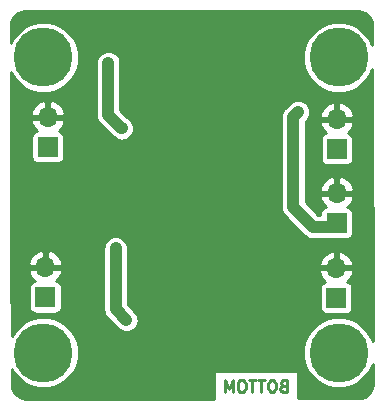
<source format=gbl>
G04 #@! TF.GenerationSoftware,KiCad,Pcbnew,5.99.0+really5.1.10+dfsg1-1*
G04 #@! TF.CreationDate,2022-01-15T17:01:17+02:00*
G04 #@! TF.ProjectId,tia,7469612e-6b69-4636-9164-5f7063625858,rev?*
G04 #@! TF.SameCoordinates,Original*
G04 #@! TF.FileFunction,Copper,L2,Bot*
G04 #@! TF.FilePolarity,Positive*
%FSLAX46Y46*%
G04 Gerber Fmt 4.6, Leading zero omitted, Abs format (unit mm)*
G04 Created by KiCad (PCBNEW 5.99.0+really5.1.10+dfsg1-1) date 2022-01-15 17:01:17*
%MOMM*%
%LPD*%
G01*
G04 APERTURE LIST*
G04 #@! TA.AperFunction,NonConductor*
%ADD10C,0.250000*%
G04 #@! TD*
G04 #@! TA.AperFunction,ComponentPad*
%ADD11C,5.000000*%
G04 #@! TD*
G04 #@! TA.AperFunction,ComponentPad*
%ADD12O,1.700000X1.700000*%
G04 #@! TD*
G04 #@! TA.AperFunction,ComponentPad*
%ADD13R,1.700000X1.700000*%
G04 #@! TD*
G04 #@! TA.AperFunction,ViaPad*
%ADD14C,0.800000*%
G04 #@! TD*
G04 #@! TA.AperFunction,Conductor*
%ADD15C,1.000000*%
G04 #@! TD*
G04 #@! TA.AperFunction,Conductor*
%ADD16C,0.254000*%
G04 #@! TD*
G04 #@! TA.AperFunction,Conductor*
%ADD17C,0.100000*%
G04 #@! TD*
G04 APERTURE END LIST*
D10*
X148156323Y-115269971D02*
X148013466Y-115317590D01*
X147965847Y-115365209D01*
X147918228Y-115460447D01*
X147918228Y-115603304D01*
X147965847Y-115698542D01*
X148013466Y-115746161D01*
X148108704Y-115793780D01*
X148489657Y-115793780D01*
X148489657Y-114793780D01*
X148156323Y-114793780D01*
X148061085Y-114841400D01*
X148013466Y-114889019D01*
X147965847Y-114984257D01*
X147965847Y-115079495D01*
X148013466Y-115174733D01*
X148061085Y-115222352D01*
X148156323Y-115269971D01*
X148489657Y-115269971D01*
X147299180Y-114793780D02*
X147108704Y-114793780D01*
X147013466Y-114841400D01*
X146918228Y-114936638D01*
X146870609Y-115127114D01*
X146870609Y-115460447D01*
X146918228Y-115650923D01*
X147013466Y-115746161D01*
X147108704Y-115793780D01*
X147299180Y-115793780D01*
X147394419Y-115746161D01*
X147489657Y-115650923D01*
X147537276Y-115460447D01*
X147537276Y-115127114D01*
X147489657Y-114936638D01*
X147394419Y-114841400D01*
X147299180Y-114793780D01*
X146584895Y-114793780D02*
X146013466Y-114793780D01*
X146299180Y-115793780D02*
X146299180Y-114793780D01*
X145822990Y-114793780D02*
X145251561Y-114793780D01*
X145537276Y-115793780D02*
X145537276Y-114793780D01*
X144727752Y-114793780D02*
X144537276Y-114793780D01*
X144442038Y-114841400D01*
X144346800Y-114936638D01*
X144299180Y-115127114D01*
X144299180Y-115460447D01*
X144346800Y-115650923D01*
X144442038Y-115746161D01*
X144537276Y-115793780D01*
X144727752Y-115793780D01*
X144822990Y-115746161D01*
X144918228Y-115650923D01*
X144965847Y-115460447D01*
X144965847Y-115127114D01*
X144918228Y-114936638D01*
X144822990Y-114841400D01*
X144727752Y-114793780D01*
X143870609Y-115793780D02*
X143870609Y-114793780D01*
X143537276Y-115508066D01*
X143203942Y-114793780D01*
X143203942Y-115793780D01*
D11*
X152848360Y-112457280D03*
X127848360Y-112457280D03*
X152848360Y-87457280D03*
X127848360Y-87457280D03*
D12*
X152694640Y-92684600D03*
D13*
X152694640Y-95224600D03*
D12*
X128219200Y-92527120D03*
D13*
X128219200Y-95067120D03*
D12*
X152679400Y-98958400D03*
D13*
X152679400Y-101498400D03*
D12*
X152628600Y-105283000D03*
D13*
X152628600Y-107823000D03*
D12*
X128016000Y-105232200D03*
D13*
X128016000Y-107772200D03*
D14*
X141681200Y-101777800D03*
X140289280Y-112151160D03*
X141828520Y-113522760D03*
X143982440Y-113593880D03*
X131572000Y-115062000D03*
X140030200Y-114998500D03*
X134594600Y-111455200D03*
X138176000Y-101777800D03*
X132537200Y-101549200D03*
X134620000Y-101549200D03*
X136677400Y-101600000D03*
X140741400Y-98856800D03*
X144449800Y-100228400D03*
X138836400Y-96982280D03*
X138430000Y-86741000D03*
X141541500Y-87122000D03*
X143002000Y-89725500D03*
X134874000Y-115062000D03*
X131318000Y-111734600D03*
X154355800Y-99187000D03*
X150749000Y-98755200D03*
X152654000Y-90932000D03*
X146100800Y-113593880D03*
X146481800Y-101447600D03*
X126238000Y-92456000D03*
X129540000Y-90678000D03*
X127990600Y-103403400D03*
X125831600Y-105206800D03*
X154559000Y-105257600D03*
X152590500Y-96977200D03*
X150368000Y-105308400D03*
X152654000Y-103530400D03*
X138303000Y-105105200D03*
X126238000Y-96723200D03*
X131597400Y-87096600D03*
X145059400Y-86537800D03*
X141909800Y-103987600D03*
X140182600Y-110083600D03*
X154609800Y-92684600D03*
X132334000Y-85293200D03*
X148894800Y-85344000D03*
X131165600Y-103047800D03*
X145148300Y-108953300D03*
X149415500Y-92075000D03*
X133350000Y-87947500D03*
X134429500Y-93408500D03*
X133959600Y-103632000D03*
X134871460Y-109715300D03*
D15*
X149015501Y-92474999D02*
X149415500Y-92075000D01*
X149015501Y-100171301D02*
X149015501Y-92474999D01*
X150698200Y-101854000D02*
X149015501Y-100171301D01*
X152577800Y-101854000D02*
X150698200Y-101854000D01*
X133350000Y-92329000D02*
X134429500Y-93408500D01*
X133350000Y-87947500D02*
X133350000Y-92329000D01*
X134429500Y-93408500D02*
X134493000Y-93472000D01*
X133959600Y-108803440D02*
X134871460Y-109715300D01*
X133959600Y-103632000D02*
X133959600Y-108803440D01*
D16*
X154574208Y-83562517D02*
X154815066Y-83611371D01*
X155042716Y-83706439D01*
X155247560Y-83843912D01*
X155421800Y-84018553D01*
X155558802Y-84223715D01*
X155653346Y-84451579D01*
X155705045Y-84709508D01*
X155706414Y-84725917D01*
X155707797Y-86450640D01*
X155530852Y-86023458D01*
X155199584Y-85527680D01*
X154777960Y-85106056D01*
X154282182Y-84774788D01*
X153731303Y-84546606D01*
X153146493Y-84430280D01*
X152550227Y-84430280D01*
X151965417Y-84546606D01*
X151414538Y-84774788D01*
X150918760Y-85106056D01*
X150497136Y-85527680D01*
X150165868Y-86023458D01*
X149937686Y-86574337D01*
X149821360Y-87159147D01*
X149821360Y-87755413D01*
X149937686Y-88340223D01*
X150165868Y-88891102D01*
X150497136Y-89386880D01*
X150918760Y-89808504D01*
X151414538Y-90139772D01*
X151965417Y-90367954D01*
X152550227Y-90484280D01*
X153146493Y-90484280D01*
X153731303Y-90367954D01*
X154282182Y-90139772D01*
X154777960Y-89808504D01*
X155199584Y-89386880D01*
X155530852Y-88891102D01*
X155709408Y-88460031D01*
X155727878Y-111499120D01*
X155530852Y-111023458D01*
X155199584Y-110527680D01*
X154777960Y-110106056D01*
X154282182Y-109774788D01*
X153731303Y-109546606D01*
X153146493Y-109430280D01*
X152550227Y-109430280D01*
X151965417Y-109546606D01*
X151414538Y-109774788D01*
X150918760Y-110106056D01*
X150497136Y-110527680D01*
X150165868Y-111023458D01*
X149937686Y-111574337D01*
X149821360Y-112159147D01*
X149821360Y-112755413D01*
X149937686Y-113340223D01*
X150165868Y-113891102D01*
X150497136Y-114386880D01*
X150918760Y-114808504D01*
X151414538Y-115139772D01*
X151965417Y-115367954D01*
X152550227Y-115484280D01*
X153146493Y-115484280D01*
X153731303Y-115367954D01*
X154282182Y-115139772D01*
X154777960Y-114808504D01*
X155199584Y-114386880D01*
X155530852Y-113891102D01*
X155729412Y-113411738D01*
X155730849Y-115204377D01*
X155682028Y-115445069D01*
X155586962Y-115672714D01*
X155449490Y-115877557D01*
X155274847Y-116051800D01*
X155069687Y-116188801D01*
X154841821Y-116283346D01*
X154583894Y-116335045D01*
X154567452Y-116336417D01*
X149379753Y-116341515D01*
X149379753Y-114031900D01*
X142313848Y-114031900D01*
X142313848Y-116348459D01*
X126304378Y-116364193D01*
X126061419Y-116313986D01*
X125831108Y-116216813D01*
X125624056Y-116076753D01*
X125448149Y-115899146D01*
X125310093Y-115690755D01*
X125215142Y-115459519D01*
X125166684Y-115213077D01*
X125162705Y-113883466D01*
X125165868Y-113891102D01*
X125497136Y-114386880D01*
X125918760Y-114808504D01*
X126414538Y-115139772D01*
X126965417Y-115367954D01*
X127550227Y-115484280D01*
X128146493Y-115484280D01*
X128731303Y-115367954D01*
X129282182Y-115139772D01*
X129777960Y-114808504D01*
X130199584Y-114386880D01*
X130530852Y-113891102D01*
X130759034Y-113340223D01*
X130875360Y-112755413D01*
X130875360Y-112159147D01*
X130759034Y-111574337D01*
X130530852Y-111023458D01*
X130199584Y-110527680D01*
X129777960Y-110106056D01*
X129282182Y-109774788D01*
X128731303Y-109546606D01*
X128146493Y-109430280D01*
X127550227Y-109430280D01*
X126965417Y-109546606D01*
X126414538Y-109774788D01*
X125918760Y-110106056D01*
X125497136Y-110527680D01*
X125165868Y-111023458D01*
X125154231Y-111051552D01*
X125137886Y-105589090D01*
X126574524Y-105589090D01*
X126619175Y-105736299D01*
X126744359Y-105999120D01*
X126918412Y-106232469D01*
X127103002Y-106398856D01*
X127062690Y-106402826D01*
X126963350Y-106432961D01*
X126871798Y-106481896D01*
X126791552Y-106547752D01*
X126725696Y-106627998D01*
X126676761Y-106719550D01*
X126646626Y-106818890D01*
X126636451Y-106922200D01*
X126636451Y-108622200D01*
X126646626Y-108725510D01*
X126676761Y-108824850D01*
X126725696Y-108916402D01*
X126791552Y-108996648D01*
X126871798Y-109062504D01*
X126963350Y-109111439D01*
X127062690Y-109141574D01*
X127166000Y-109151749D01*
X128866000Y-109151749D01*
X128969310Y-109141574D01*
X129068650Y-109111439D01*
X129160202Y-109062504D01*
X129240448Y-108996648D01*
X129306304Y-108916402D01*
X129355239Y-108824850D01*
X129361733Y-108803440D01*
X132927632Y-108803440D01*
X132932601Y-108853891D01*
X132947461Y-109004767D01*
X133006186Y-109198357D01*
X133101550Y-109376771D01*
X133229889Y-109533152D01*
X133269075Y-109565312D01*
X134180935Y-110477173D01*
X134298128Y-110573350D01*
X134476542Y-110668714D01*
X134670132Y-110727440D01*
X134871460Y-110747268D01*
X135072787Y-110727440D01*
X135266377Y-110668714D01*
X135444791Y-110573350D01*
X135601172Y-110445012D01*
X135729510Y-110288631D01*
X135824874Y-110110217D01*
X135883600Y-109916627D01*
X135903428Y-109715300D01*
X135883600Y-109513972D01*
X135824874Y-109320382D01*
X135729510Y-109141968D01*
X135633333Y-109024775D01*
X134986600Y-108378043D01*
X134986600Y-105639890D01*
X151187124Y-105639890D01*
X151231775Y-105787099D01*
X151356959Y-106049920D01*
X151531012Y-106283269D01*
X151715602Y-106449656D01*
X151675290Y-106453626D01*
X151575950Y-106483761D01*
X151484398Y-106532696D01*
X151404152Y-106598552D01*
X151338296Y-106678798D01*
X151289361Y-106770350D01*
X151259226Y-106869690D01*
X151249051Y-106973000D01*
X151249051Y-108673000D01*
X151259226Y-108776310D01*
X151289361Y-108875650D01*
X151338296Y-108967202D01*
X151404152Y-109047448D01*
X151484398Y-109113304D01*
X151575950Y-109162239D01*
X151675290Y-109192374D01*
X151778600Y-109202549D01*
X153478600Y-109202549D01*
X153581910Y-109192374D01*
X153681250Y-109162239D01*
X153772802Y-109113304D01*
X153853048Y-109047448D01*
X153918904Y-108967202D01*
X153967839Y-108875650D01*
X153997974Y-108776310D01*
X154008149Y-108673000D01*
X154008149Y-106973000D01*
X153997974Y-106869690D01*
X153967839Y-106770350D01*
X153918904Y-106678798D01*
X153853048Y-106598552D01*
X153772802Y-106532696D01*
X153681250Y-106483761D01*
X153581910Y-106453626D01*
X153541598Y-106449656D01*
X153726188Y-106283269D01*
X153900241Y-106049920D01*
X154025425Y-105787099D01*
X154070076Y-105639890D01*
X153948755Y-105410000D01*
X152755600Y-105410000D01*
X152755600Y-105430000D01*
X152501600Y-105430000D01*
X152501600Y-105410000D01*
X151308445Y-105410000D01*
X151187124Y-105639890D01*
X134986600Y-105639890D01*
X134986600Y-104926110D01*
X151187124Y-104926110D01*
X151308445Y-105156000D01*
X152501600Y-105156000D01*
X152501600Y-103962186D01*
X152755600Y-103962186D01*
X152755600Y-105156000D01*
X153948755Y-105156000D01*
X154070076Y-104926110D01*
X154025425Y-104778901D01*
X153900241Y-104516080D01*
X153726188Y-104282731D01*
X153509955Y-104087822D01*
X153259852Y-103938843D01*
X152985491Y-103841519D01*
X152755600Y-103962186D01*
X152501600Y-103962186D01*
X152271709Y-103841519D01*
X151997348Y-103938843D01*
X151747245Y-104087822D01*
X151531012Y-104282731D01*
X151356959Y-104516080D01*
X151231775Y-104778901D01*
X151187124Y-104926110D01*
X134986600Y-104926110D01*
X134986600Y-103581549D01*
X134971740Y-103430673D01*
X134913015Y-103237083D01*
X134817651Y-103058669D01*
X134689312Y-102902288D01*
X134532931Y-102773949D01*
X134354516Y-102678585D01*
X134160926Y-102619860D01*
X133959600Y-102600031D01*
X133758273Y-102619860D01*
X133564683Y-102678585D01*
X133386269Y-102773949D01*
X133229888Y-102902288D01*
X133101549Y-103058669D01*
X133006185Y-103237084D01*
X132947460Y-103430674D01*
X132932600Y-103581550D01*
X132932601Y-108752989D01*
X132927632Y-108803440D01*
X129361733Y-108803440D01*
X129385374Y-108725510D01*
X129395549Y-108622200D01*
X129395549Y-106922200D01*
X129385374Y-106818890D01*
X129355239Y-106719550D01*
X129306304Y-106627998D01*
X129240448Y-106547752D01*
X129160202Y-106481896D01*
X129068650Y-106432961D01*
X128969310Y-106402826D01*
X128928998Y-106398856D01*
X129113588Y-106232469D01*
X129287641Y-105999120D01*
X129412825Y-105736299D01*
X129457476Y-105589090D01*
X129336155Y-105359200D01*
X128143000Y-105359200D01*
X128143000Y-105379200D01*
X127889000Y-105379200D01*
X127889000Y-105359200D01*
X126695845Y-105359200D01*
X126574524Y-105589090D01*
X125137886Y-105589090D01*
X125135751Y-104875310D01*
X126574524Y-104875310D01*
X126695845Y-105105200D01*
X127889000Y-105105200D01*
X127889000Y-103911386D01*
X128143000Y-103911386D01*
X128143000Y-105105200D01*
X129336155Y-105105200D01*
X129457476Y-104875310D01*
X129412825Y-104728101D01*
X129287641Y-104465280D01*
X129113588Y-104231931D01*
X128897355Y-104037022D01*
X128647252Y-103888043D01*
X128372891Y-103790719D01*
X128143000Y-103911386D01*
X127889000Y-103911386D01*
X127659109Y-103790719D01*
X127384748Y-103888043D01*
X127134645Y-104037022D01*
X126918412Y-104231931D01*
X126744359Y-104465280D01*
X126619175Y-104728101D01*
X126574524Y-104875310D01*
X125135751Y-104875310D01*
X125099869Y-92884010D01*
X126777724Y-92884010D01*
X126822375Y-93031219D01*
X126947559Y-93294040D01*
X127121612Y-93527389D01*
X127306202Y-93693776D01*
X127265890Y-93697746D01*
X127166550Y-93727881D01*
X127074998Y-93776816D01*
X126994752Y-93842672D01*
X126928896Y-93922918D01*
X126879961Y-94014470D01*
X126849826Y-94113810D01*
X126839651Y-94217120D01*
X126839651Y-95917120D01*
X126849826Y-96020430D01*
X126879961Y-96119770D01*
X126928896Y-96211322D01*
X126994752Y-96291568D01*
X127074998Y-96357424D01*
X127166550Y-96406359D01*
X127265890Y-96436494D01*
X127369200Y-96446669D01*
X129069200Y-96446669D01*
X129172510Y-96436494D01*
X129271850Y-96406359D01*
X129363402Y-96357424D01*
X129443648Y-96291568D01*
X129509504Y-96211322D01*
X129558439Y-96119770D01*
X129588574Y-96020430D01*
X129598749Y-95917120D01*
X129598749Y-94217120D01*
X129588574Y-94113810D01*
X129558439Y-94014470D01*
X129509504Y-93922918D01*
X129443648Y-93842672D01*
X129363402Y-93776816D01*
X129271850Y-93727881D01*
X129172510Y-93697746D01*
X129132198Y-93693776D01*
X129316788Y-93527389D01*
X129490841Y-93294040D01*
X129616025Y-93031219D01*
X129660676Y-92884010D01*
X129539355Y-92654120D01*
X128346200Y-92654120D01*
X128346200Y-92674120D01*
X128092200Y-92674120D01*
X128092200Y-92654120D01*
X126899045Y-92654120D01*
X126777724Y-92884010D01*
X125099869Y-92884010D01*
X125097734Y-92170230D01*
X126777724Y-92170230D01*
X126899045Y-92400120D01*
X128092200Y-92400120D01*
X128092200Y-91206306D01*
X128346200Y-91206306D01*
X128346200Y-92400120D01*
X129539355Y-92400120D01*
X129576887Y-92329000D01*
X132318032Y-92329000D01*
X132337861Y-92530327D01*
X132396586Y-92723917D01*
X132491950Y-92902331D01*
X132573747Y-93002000D01*
X132620289Y-93058712D01*
X132659476Y-93090872D01*
X133738975Y-94170373D01*
X133738983Y-94170380D01*
X133802476Y-94233873D01*
X133919669Y-94330051D01*
X134098083Y-94425415D01*
X134291673Y-94484140D01*
X134493000Y-94503968D01*
X134694327Y-94484140D01*
X134887918Y-94425415D01*
X135066331Y-94330051D01*
X135222712Y-94201712D01*
X135351051Y-94045331D01*
X135446415Y-93866918D01*
X135505140Y-93673327D01*
X135524968Y-93472000D01*
X135505140Y-93270673D01*
X135446415Y-93077083D01*
X135351051Y-92898669D01*
X135254873Y-92781476D01*
X135191380Y-92717983D01*
X135191373Y-92717975D01*
X134948397Y-92474999D01*
X147983533Y-92474999D01*
X147988502Y-92525450D01*
X147988501Y-100120860D01*
X147983533Y-100171301D01*
X147988501Y-100221742D01*
X147988501Y-100221751D01*
X148003361Y-100372627D01*
X148062086Y-100566217D01*
X148157450Y-100744632D01*
X148285789Y-100901013D01*
X148324981Y-100933177D01*
X149936332Y-102544530D01*
X149968488Y-102583712D01*
X150007670Y-102615868D01*
X150007675Y-102615873D01*
X150106300Y-102696812D01*
X150124869Y-102712051D01*
X150303283Y-102807415D01*
X150438147Y-102848326D01*
X150496872Y-102866140D01*
X150513463Y-102867774D01*
X150647749Y-102881000D01*
X150647756Y-102881000D01*
X150698200Y-102885968D01*
X150748643Y-102881000D01*
X152628251Y-102881000D01*
X152659228Y-102877949D01*
X153529400Y-102877949D01*
X153632710Y-102867774D01*
X153732050Y-102837639D01*
X153823602Y-102788704D01*
X153903848Y-102722848D01*
X153969704Y-102642602D01*
X154018639Y-102551050D01*
X154048774Y-102451710D01*
X154058949Y-102348400D01*
X154058949Y-100648400D01*
X154048774Y-100545090D01*
X154018639Y-100445750D01*
X153969704Y-100354198D01*
X153903848Y-100273952D01*
X153823602Y-100208096D01*
X153732050Y-100159161D01*
X153632710Y-100129026D01*
X153592398Y-100125056D01*
X153776988Y-99958669D01*
X153951041Y-99725320D01*
X154076225Y-99462499D01*
X154120876Y-99315290D01*
X153999555Y-99085400D01*
X152806400Y-99085400D01*
X152806400Y-99105400D01*
X152552400Y-99105400D01*
X152552400Y-99085400D01*
X151359245Y-99085400D01*
X151237924Y-99315290D01*
X151282575Y-99462499D01*
X151407759Y-99725320D01*
X151581812Y-99958669D01*
X151766402Y-100125056D01*
X151726090Y-100129026D01*
X151626750Y-100159161D01*
X151535198Y-100208096D01*
X151454952Y-100273952D01*
X151389096Y-100354198D01*
X151340161Y-100445750D01*
X151310026Y-100545090D01*
X151299851Y-100648400D01*
X151299851Y-100827000D01*
X151123598Y-100827000D01*
X150042501Y-99745905D01*
X150042501Y-98601510D01*
X151237924Y-98601510D01*
X151359245Y-98831400D01*
X152552400Y-98831400D01*
X152552400Y-97637586D01*
X152806400Y-97637586D01*
X152806400Y-98831400D01*
X153999555Y-98831400D01*
X154120876Y-98601510D01*
X154076225Y-98454301D01*
X153951041Y-98191480D01*
X153776988Y-97958131D01*
X153560755Y-97763222D01*
X153310652Y-97614243D01*
X153036291Y-97516919D01*
X152806400Y-97637586D01*
X152552400Y-97637586D01*
X152322509Y-97516919D01*
X152048148Y-97614243D01*
X151798045Y-97763222D01*
X151581812Y-97958131D01*
X151407759Y-98191480D01*
X151282575Y-98454301D01*
X151237924Y-98601510D01*
X150042501Y-98601510D01*
X150042501Y-93041490D01*
X151253164Y-93041490D01*
X151297815Y-93188699D01*
X151422999Y-93451520D01*
X151597052Y-93684869D01*
X151781642Y-93851256D01*
X151741330Y-93855226D01*
X151641990Y-93885361D01*
X151550438Y-93934296D01*
X151470192Y-94000152D01*
X151404336Y-94080398D01*
X151355401Y-94171950D01*
X151325266Y-94271290D01*
X151315091Y-94374600D01*
X151315091Y-96074600D01*
X151325266Y-96177910D01*
X151355401Y-96277250D01*
X151404336Y-96368802D01*
X151470192Y-96449048D01*
X151550438Y-96514904D01*
X151641990Y-96563839D01*
X151741330Y-96593974D01*
X151844640Y-96604149D01*
X153544640Y-96604149D01*
X153647950Y-96593974D01*
X153747290Y-96563839D01*
X153838842Y-96514904D01*
X153919088Y-96449048D01*
X153984944Y-96368802D01*
X154033879Y-96277250D01*
X154064014Y-96177910D01*
X154074189Y-96074600D01*
X154074189Y-94374600D01*
X154064014Y-94271290D01*
X154033879Y-94171950D01*
X153984944Y-94080398D01*
X153919088Y-94000152D01*
X153838842Y-93934296D01*
X153747290Y-93885361D01*
X153647950Y-93855226D01*
X153607638Y-93851256D01*
X153792228Y-93684869D01*
X153966281Y-93451520D01*
X154091465Y-93188699D01*
X154136116Y-93041490D01*
X154014795Y-92811600D01*
X152821640Y-92811600D01*
X152821640Y-92831600D01*
X152567640Y-92831600D01*
X152567640Y-92811600D01*
X151374485Y-92811600D01*
X151253164Y-93041490D01*
X150042501Y-93041490D01*
X150042501Y-92900395D01*
X150177372Y-92765524D01*
X150273550Y-92648331D01*
X150368914Y-92469918D01*
X150412052Y-92327710D01*
X151253164Y-92327710D01*
X151374485Y-92557600D01*
X152567640Y-92557600D01*
X152567640Y-91363786D01*
X152821640Y-91363786D01*
X152821640Y-92557600D01*
X154014795Y-92557600D01*
X154136116Y-92327710D01*
X154091465Y-92180501D01*
X153966281Y-91917680D01*
X153792228Y-91684331D01*
X153575995Y-91489422D01*
X153325892Y-91340443D01*
X153051531Y-91243119D01*
X152821640Y-91363786D01*
X152567640Y-91363786D01*
X152337749Y-91243119D01*
X152063388Y-91340443D01*
X151813285Y-91489422D01*
X151597052Y-91684331D01*
X151422999Y-91917680D01*
X151297815Y-92180501D01*
X151253164Y-92327710D01*
X150412052Y-92327710D01*
X150427639Y-92276328D01*
X150447468Y-92075001D01*
X150427639Y-91873673D01*
X150368914Y-91680083D01*
X150273550Y-91501669D01*
X150145212Y-91345288D01*
X149988831Y-91216950D01*
X149810417Y-91121586D01*
X149616827Y-91062861D01*
X149415499Y-91043032D01*
X149214172Y-91062861D01*
X149020582Y-91121586D01*
X148842169Y-91216950D01*
X148724976Y-91313128D01*
X148324977Y-91713127D01*
X148285790Y-91745287D01*
X148253630Y-91784474D01*
X148253629Y-91784475D01*
X148157451Y-91901668D01*
X148062087Y-92080082D01*
X148003362Y-92273672D01*
X147983533Y-92474999D01*
X134948397Y-92474999D01*
X134377000Y-91903603D01*
X134377000Y-87897049D01*
X134362140Y-87746173D01*
X134303415Y-87552583D01*
X134208051Y-87374169D01*
X134079712Y-87217788D01*
X133923331Y-87089449D01*
X133744916Y-86994085D01*
X133551326Y-86935360D01*
X133350000Y-86915531D01*
X133148673Y-86935360D01*
X132955083Y-86994085D01*
X132776669Y-87089449D01*
X132620288Y-87217788D01*
X132491949Y-87374169D01*
X132396585Y-87552584D01*
X132337860Y-87746174D01*
X132323000Y-87897050D01*
X132323001Y-92278549D01*
X132318032Y-92329000D01*
X129576887Y-92329000D01*
X129660676Y-92170230D01*
X129616025Y-92023021D01*
X129490841Y-91760200D01*
X129316788Y-91526851D01*
X129100555Y-91331942D01*
X128850452Y-91182963D01*
X128576091Y-91085639D01*
X128346200Y-91206306D01*
X128092200Y-91206306D01*
X127862309Y-91085639D01*
X127587948Y-91182963D01*
X127337845Y-91331942D01*
X127121612Y-91526851D01*
X126947559Y-91760200D01*
X126822375Y-92023021D01*
X126777724Y-92170230D01*
X125097734Y-92170230D01*
X125087353Y-88701550D01*
X125165868Y-88891102D01*
X125497136Y-89386880D01*
X125918760Y-89808504D01*
X126414538Y-90139772D01*
X126965417Y-90367954D01*
X127550227Y-90484280D01*
X128146493Y-90484280D01*
X128731303Y-90367954D01*
X129282182Y-90139772D01*
X129777960Y-89808504D01*
X130199584Y-89386880D01*
X130530852Y-88891102D01*
X130759034Y-88340223D01*
X130875360Y-87755413D01*
X130875360Y-87159147D01*
X130759034Y-86574337D01*
X130530852Y-86023458D01*
X130199584Y-85527680D01*
X129777960Y-85106056D01*
X129282182Y-84774788D01*
X128731303Y-84546606D01*
X128146493Y-84430280D01*
X127550227Y-84430280D01*
X126965417Y-84546606D01*
X126414538Y-84774788D01*
X125918760Y-85106056D01*
X125497136Y-85527680D01*
X125165868Y-86023458D01*
X125079960Y-86230859D01*
X125075373Y-84697928D01*
X125124174Y-84457129D01*
X125219403Y-84228991D01*
X125357128Y-84023701D01*
X125532110Y-83849064D01*
X125737675Y-83711745D01*
X125965998Y-83616968D01*
X126222086Y-83565595D01*
X126277794Y-83561600D01*
X154574208Y-83562517D01*
G04 #@! TA.AperFunction,Conductor*
D17*
G36*
X154574208Y-83562517D02*
G01*
X154815066Y-83611371D01*
X155042716Y-83706439D01*
X155247560Y-83843912D01*
X155421800Y-84018553D01*
X155558802Y-84223715D01*
X155653346Y-84451579D01*
X155705045Y-84709508D01*
X155706414Y-84725917D01*
X155707797Y-86450640D01*
X155530852Y-86023458D01*
X155199584Y-85527680D01*
X154777960Y-85106056D01*
X154282182Y-84774788D01*
X153731303Y-84546606D01*
X153146493Y-84430280D01*
X152550227Y-84430280D01*
X151965417Y-84546606D01*
X151414538Y-84774788D01*
X150918760Y-85106056D01*
X150497136Y-85527680D01*
X150165868Y-86023458D01*
X149937686Y-86574337D01*
X149821360Y-87159147D01*
X149821360Y-87755413D01*
X149937686Y-88340223D01*
X150165868Y-88891102D01*
X150497136Y-89386880D01*
X150918760Y-89808504D01*
X151414538Y-90139772D01*
X151965417Y-90367954D01*
X152550227Y-90484280D01*
X153146493Y-90484280D01*
X153731303Y-90367954D01*
X154282182Y-90139772D01*
X154777960Y-89808504D01*
X155199584Y-89386880D01*
X155530852Y-88891102D01*
X155709408Y-88460031D01*
X155727878Y-111499120D01*
X155530852Y-111023458D01*
X155199584Y-110527680D01*
X154777960Y-110106056D01*
X154282182Y-109774788D01*
X153731303Y-109546606D01*
X153146493Y-109430280D01*
X152550227Y-109430280D01*
X151965417Y-109546606D01*
X151414538Y-109774788D01*
X150918760Y-110106056D01*
X150497136Y-110527680D01*
X150165868Y-111023458D01*
X149937686Y-111574337D01*
X149821360Y-112159147D01*
X149821360Y-112755413D01*
X149937686Y-113340223D01*
X150165868Y-113891102D01*
X150497136Y-114386880D01*
X150918760Y-114808504D01*
X151414538Y-115139772D01*
X151965417Y-115367954D01*
X152550227Y-115484280D01*
X153146493Y-115484280D01*
X153731303Y-115367954D01*
X154282182Y-115139772D01*
X154777960Y-114808504D01*
X155199584Y-114386880D01*
X155530852Y-113891102D01*
X155729412Y-113411738D01*
X155730849Y-115204377D01*
X155682028Y-115445069D01*
X155586962Y-115672714D01*
X155449490Y-115877557D01*
X155274847Y-116051800D01*
X155069687Y-116188801D01*
X154841821Y-116283346D01*
X154583894Y-116335045D01*
X154567452Y-116336417D01*
X149379753Y-116341515D01*
X149379753Y-114031900D01*
X142313848Y-114031900D01*
X142313848Y-116348459D01*
X126304378Y-116364193D01*
X126061419Y-116313986D01*
X125831108Y-116216813D01*
X125624056Y-116076753D01*
X125448149Y-115899146D01*
X125310093Y-115690755D01*
X125215142Y-115459519D01*
X125166684Y-115213077D01*
X125162705Y-113883466D01*
X125165868Y-113891102D01*
X125497136Y-114386880D01*
X125918760Y-114808504D01*
X126414538Y-115139772D01*
X126965417Y-115367954D01*
X127550227Y-115484280D01*
X128146493Y-115484280D01*
X128731303Y-115367954D01*
X129282182Y-115139772D01*
X129777960Y-114808504D01*
X130199584Y-114386880D01*
X130530852Y-113891102D01*
X130759034Y-113340223D01*
X130875360Y-112755413D01*
X130875360Y-112159147D01*
X130759034Y-111574337D01*
X130530852Y-111023458D01*
X130199584Y-110527680D01*
X129777960Y-110106056D01*
X129282182Y-109774788D01*
X128731303Y-109546606D01*
X128146493Y-109430280D01*
X127550227Y-109430280D01*
X126965417Y-109546606D01*
X126414538Y-109774788D01*
X125918760Y-110106056D01*
X125497136Y-110527680D01*
X125165868Y-111023458D01*
X125154231Y-111051552D01*
X125137886Y-105589090D01*
X126574524Y-105589090D01*
X126619175Y-105736299D01*
X126744359Y-105999120D01*
X126918412Y-106232469D01*
X127103002Y-106398856D01*
X127062690Y-106402826D01*
X126963350Y-106432961D01*
X126871798Y-106481896D01*
X126791552Y-106547752D01*
X126725696Y-106627998D01*
X126676761Y-106719550D01*
X126646626Y-106818890D01*
X126636451Y-106922200D01*
X126636451Y-108622200D01*
X126646626Y-108725510D01*
X126676761Y-108824850D01*
X126725696Y-108916402D01*
X126791552Y-108996648D01*
X126871798Y-109062504D01*
X126963350Y-109111439D01*
X127062690Y-109141574D01*
X127166000Y-109151749D01*
X128866000Y-109151749D01*
X128969310Y-109141574D01*
X129068650Y-109111439D01*
X129160202Y-109062504D01*
X129240448Y-108996648D01*
X129306304Y-108916402D01*
X129355239Y-108824850D01*
X129361733Y-108803440D01*
X132927632Y-108803440D01*
X132932601Y-108853891D01*
X132947461Y-109004767D01*
X133006186Y-109198357D01*
X133101550Y-109376771D01*
X133229889Y-109533152D01*
X133269075Y-109565312D01*
X134180935Y-110477173D01*
X134298128Y-110573350D01*
X134476542Y-110668714D01*
X134670132Y-110727440D01*
X134871460Y-110747268D01*
X135072787Y-110727440D01*
X135266377Y-110668714D01*
X135444791Y-110573350D01*
X135601172Y-110445012D01*
X135729510Y-110288631D01*
X135824874Y-110110217D01*
X135883600Y-109916627D01*
X135903428Y-109715300D01*
X135883600Y-109513972D01*
X135824874Y-109320382D01*
X135729510Y-109141968D01*
X135633333Y-109024775D01*
X134986600Y-108378043D01*
X134986600Y-105639890D01*
X151187124Y-105639890D01*
X151231775Y-105787099D01*
X151356959Y-106049920D01*
X151531012Y-106283269D01*
X151715602Y-106449656D01*
X151675290Y-106453626D01*
X151575950Y-106483761D01*
X151484398Y-106532696D01*
X151404152Y-106598552D01*
X151338296Y-106678798D01*
X151289361Y-106770350D01*
X151259226Y-106869690D01*
X151249051Y-106973000D01*
X151249051Y-108673000D01*
X151259226Y-108776310D01*
X151289361Y-108875650D01*
X151338296Y-108967202D01*
X151404152Y-109047448D01*
X151484398Y-109113304D01*
X151575950Y-109162239D01*
X151675290Y-109192374D01*
X151778600Y-109202549D01*
X153478600Y-109202549D01*
X153581910Y-109192374D01*
X153681250Y-109162239D01*
X153772802Y-109113304D01*
X153853048Y-109047448D01*
X153918904Y-108967202D01*
X153967839Y-108875650D01*
X153997974Y-108776310D01*
X154008149Y-108673000D01*
X154008149Y-106973000D01*
X153997974Y-106869690D01*
X153967839Y-106770350D01*
X153918904Y-106678798D01*
X153853048Y-106598552D01*
X153772802Y-106532696D01*
X153681250Y-106483761D01*
X153581910Y-106453626D01*
X153541598Y-106449656D01*
X153726188Y-106283269D01*
X153900241Y-106049920D01*
X154025425Y-105787099D01*
X154070076Y-105639890D01*
X153948755Y-105410000D01*
X152755600Y-105410000D01*
X152755600Y-105430000D01*
X152501600Y-105430000D01*
X152501600Y-105410000D01*
X151308445Y-105410000D01*
X151187124Y-105639890D01*
X134986600Y-105639890D01*
X134986600Y-104926110D01*
X151187124Y-104926110D01*
X151308445Y-105156000D01*
X152501600Y-105156000D01*
X152501600Y-103962186D01*
X152755600Y-103962186D01*
X152755600Y-105156000D01*
X153948755Y-105156000D01*
X154070076Y-104926110D01*
X154025425Y-104778901D01*
X153900241Y-104516080D01*
X153726188Y-104282731D01*
X153509955Y-104087822D01*
X153259852Y-103938843D01*
X152985491Y-103841519D01*
X152755600Y-103962186D01*
X152501600Y-103962186D01*
X152271709Y-103841519D01*
X151997348Y-103938843D01*
X151747245Y-104087822D01*
X151531012Y-104282731D01*
X151356959Y-104516080D01*
X151231775Y-104778901D01*
X151187124Y-104926110D01*
X134986600Y-104926110D01*
X134986600Y-103581549D01*
X134971740Y-103430673D01*
X134913015Y-103237083D01*
X134817651Y-103058669D01*
X134689312Y-102902288D01*
X134532931Y-102773949D01*
X134354516Y-102678585D01*
X134160926Y-102619860D01*
X133959600Y-102600031D01*
X133758273Y-102619860D01*
X133564683Y-102678585D01*
X133386269Y-102773949D01*
X133229888Y-102902288D01*
X133101549Y-103058669D01*
X133006185Y-103237084D01*
X132947460Y-103430674D01*
X132932600Y-103581550D01*
X132932601Y-108752989D01*
X132927632Y-108803440D01*
X129361733Y-108803440D01*
X129385374Y-108725510D01*
X129395549Y-108622200D01*
X129395549Y-106922200D01*
X129385374Y-106818890D01*
X129355239Y-106719550D01*
X129306304Y-106627998D01*
X129240448Y-106547752D01*
X129160202Y-106481896D01*
X129068650Y-106432961D01*
X128969310Y-106402826D01*
X128928998Y-106398856D01*
X129113588Y-106232469D01*
X129287641Y-105999120D01*
X129412825Y-105736299D01*
X129457476Y-105589090D01*
X129336155Y-105359200D01*
X128143000Y-105359200D01*
X128143000Y-105379200D01*
X127889000Y-105379200D01*
X127889000Y-105359200D01*
X126695845Y-105359200D01*
X126574524Y-105589090D01*
X125137886Y-105589090D01*
X125135751Y-104875310D01*
X126574524Y-104875310D01*
X126695845Y-105105200D01*
X127889000Y-105105200D01*
X127889000Y-103911386D01*
X128143000Y-103911386D01*
X128143000Y-105105200D01*
X129336155Y-105105200D01*
X129457476Y-104875310D01*
X129412825Y-104728101D01*
X129287641Y-104465280D01*
X129113588Y-104231931D01*
X128897355Y-104037022D01*
X128647252Y-103888043D01*
X128372891Y-103790719D01*
X128143000Y-103911386D01*
X127889000Y-103911386D01*
X127659109Y-103790719D01*
X127384748Y-103888043D01*
X127134645Y-104037022D01*
X126918412Y-104231931D01*
X126744359Y-104465280D01*
X126619175Y-104728101D01*
X126574524Y-104875310D01*
X125135751Y-104875310D01*
X125099869Y-92884010D01*
X126777724Y-92884010D01*
X126822375Y-93031219D01*
X126947559Y-93294040D01*
X127121612Y-93527389D01*
X127306202Y-93693776D01*
X127265890Y-93697746D01*
X127166550Y-93727881D01*
X127074998Y-93776816D01*
X126994752Y-93842672D01*
X126928896Y-93922918D01*
X126879961Y-94014470D01*
X126849826Y-94113810D01*
X126839651Y-94217120D01*
X126839651Y-95917120D01*
X126849826Y-96020430D01*
X126879961Y-96119770D01*
X126928896Y-96211322D01*
X126994752Y-96291568D01*
X127074998Y-96357424D01*
X127166550Y-96406359D01*
X127265890Y-96436494D01*
X127369200Y-96446669D01*
X129069200Y-96446669D01*
X129172510Y-96436494D01*
X129271850Y-96406359D01*
X129363402Y-96357424D01*
X129443648Y-96291568D01*
X129509504Y-96211322D01*
X129558439Y-96119770D01*
X129588574Y-96020430D01*
X129598749Y-95917120D01*
X129598749Y-94217120D01*
X129588574Y-94113810D01*
X129558439Y-94014470D01*
X129509504Y-93922918D01*
X129443648Y-93842672D01*
X129363402Y-93776816D01*
X129271850Y-93727881D01*
X129172510Y-93697746D01*
X129132198Y-93693776D01*
X129316788Y-93527389D01*
X129490841Y-93294040D01*
X129616025Y-93031219D01*
X129660676Y-92884010D01*
X129539355Y-92654120D01*
X128346200Y-92654120D01*
X128346200Y-92674120D01*
X128092200Y-92674120D01*
X128092200Y-92654120D01*
X126899045Y-92654120D01*
X126777724Y-92884010D01*
X125099869Y-92884010D01*
X125097734Y-92170230D01*
X126777724Y-92170230D01*
X126899045Y-92400120D01*
X128092200Y-92400120D01*
X128092200Y-91206306D01*
X128346200Y-91206306D01*
X128346200Y-92400120D01*
X129539355Y-92400120D01*
X129576887Y-92329000D01*
X132318032Y-92329000D01*
X132337861Y-92530327D01*
X132396586Y-92723917D01*
X132491950Y-92902331D01*
X132573747Y-93002000D01*
X132620289Y-93058712D01*
X132659476Y-93090872D01*
X133738975Y-94170373D01*
X133738983Y-94170380D01*
X133802476Y-94233873D01*
X133919669Y-94330051D01*
X134098083Y-94425415D01*
X134291673Y-94484140D01*
X134493000Y-94503968D01*
X134694327Y-94484140D01*
X134887918Y-94425415D01*
X135066331Y-94330051D01*
X135222712Y-94201712D01*
X135351051Y-94045331D01*
X135446415Y-93866918D01*
X135505140Y-93673327D01*
X135524968Y-93472000D01*
X135505140Y-93270673D01*
X135446415Y-93077083D01*
X135351051Y-92898669D01*
X135254873Y-92781476D01*
X135191380Y-92717983D01*
X135191373Y-92717975D01*
X134948397Y-92474999D01*
X147983533Y-92474999D01*
X147988502Y-92525450D01*
X147988501Y-100120860D01*
X147983533Y-100171301D01*
X147988501Y-100221742D01*
X147988501Y-100221751D01*
X148003361Y-100372627D01*
X148062086Y-100566217D01*
X148157450Y-100744632D01*
X148285789Y-100901013D01*
X148324981Y-100933177D01*
X149936332Y-102544530D01*
X149968488Y-102583712D01*
X150007670Y-102615868D01*
X150007675Y-102615873D01*
X150106300Y-102696812D01*
X150124869Y-102712051D01*
X150303283Y-102807415D01*
X150438147Y-102848326D01*
X150496872Y-102866140D01*
X150513463Y-102867774D01*
X150647749Y-102881000D01*
X150647756Y-102881000D01*
X150698200Y-102885968D01*
X150748643Y-102881000D01*
X152628251Y-102881000D01*
X152659228Y-102877949D01*
X153529400Y-102877949D01*
X153632710Y-102867774D01*
X153732050Y-102837639D01*
X153823602Y-102788704D01*
X153903848Y-102722848D01*
X153969704Y-102642602D01*
X154018639Y-102551050D01*
X154048774Y-102451710D01*
X154058949Y-102348400D01*
X154058949Y-100648400D01*
X154048774Y-100545090D01*
X154018639Y-100445750D01*
X153969704Y-100354198D01*
X153903848Y-100273952D01*
X153823602Y-100208096D01*
X153732050Y-100159161D01*
X153632710Y-100129026D01*
X153592398Y-100125056D01*
X153776988Y-99958669D01*
X153951041Y-99725320D01*
X154076225Y-99462499D01*
X154120876Y-99315290D01*
X153999555Y-99085400D01*
X152806400Y-99085400D01*
X152806400Y-99105400D01*
X152552400Y-99105400D01*
X152552400Y-99085400D01*
X151359245Y-99085400D01*
X151237924Y-99315290D01*
X151282575Y-99462499D01*
X151407759Y-99725320D01*
X151581812Y-99958669D01*
X151766402Y-100125056D01*
X151726090Y-100129026D01*
X151626750Y-100159161D01*
X151535198Y-100208096D01*
X151454952Y-100273952D01*
X151389096Y-100354198D01*
X151340161Y-100445750D01*
X151310026Y-100545090D01*
X151299851Y-100648400D01*
X151299851Y-100827000D01*
X151123598Y-100827000D01*
X150042501Y-99745905D01*
X150042501Y-98601510D01*
X151237924Y-98601510D01*
X151359245Y-98831400D01*
X152552400Y-98831400D01*
X152552400Y-97637586D01*
X152806400Y-97637586D01*
X152806400Y-98831400D01*
X153999555Y-98831400D01*
X154120876Y-98601510D01*
X154076225Y-98454301D01*
X153951041Y-98191480D01*
X153776988Y-97958131D01*
X153560755Y-97763222D01*
X153310652Y-97614243D01*
X153036291Y-97516919D01*
X152806400Y-97637586D01*
X152552400Y-97637586D01*
X152322509Y-97516919D01*
X152048148Y-97614243D01*
X151798045Y-97763222D01*
X151581812Y-97958131D01*
X151407759Y-98191480D01*
X151282575Y-98454301D01*
X151237924Y-98601510D01*
X150042501Y-98601510D01*
X150042501Y-93041490D01*
X151253164Y-93041490D01*
X151297815Y-93188699D01*
X151422999Y-93451520D01*
X151597052Y-93684869D01*
X151781642Y-93851256D01*
X151741330Y-93855226D01*
X151641990Y-93885361D01*
X151550438Y-93934296D01*
X151470192Y-94000152D01*
X151404336Y-94080398D01*
X151355401Y-94171950D01*
X151325266Y-94271290D01*
X151315091Y-94374600D01*
X151315091Y-96074600D01*
X151325266Y-96177910D01*
X151355401Y-96277250D01*
X151404336Y-96368802D01*
X151470192Y-96449048D01*
X151550438Y-96514904D01*
X151641990Y-96563839D01*
X151741330Y-96593974D01*
X151844640Y-96604149D01*
X153544640Y-96604149D01*
X153647950Y-96593974D01*
X153747290Y-96563839D01*
X153838842Y-96514904D01*
X153919088Y-96449048D01*
X153984944Y-96368802D01*
X154033879Y-96277250D01*
X154064014Y-96177910D01*
X154074189Y-96074600D01*
X154074189Y-94374600D01*
X154064014Y-94271290D01*
X154033879Y-94171950D01*
X153984944Y-94080398D01*
X153919088Y-94000152D01*
X153838842Y-93934296D01*
X153747290Y-93885361D01*
X153647950Y-93855226D01*
X153607638Y-93851256D01*
X153792228Y-93684869D01*
X153966281Y-93451520D01*
X154091465Y-93188699D01*
X154136116Y-93041490D01*
X154014795Y-92811600D01*
X152821640Y-92811600D01*
X152821640Y-92831600D01*
X152567640Y-92831600D01*
X152567640Y-92811600D01*
X151374485Y-92811600D01*
X151253164Y-93041490D01*
X150042501Y-93041490D01*
X150042501Y-92900395D01*
X150177372Y-92765524D01*
X150273550Y-92648331D01*
X150368914Y-92469918D01*
X150412052Y-92327710D01*
X151253164Y-92327710D01*
X151374485Y-92557600D01*
X152567640Y-92557600D01*
X152567640Y-91363786D01*
X152821640Y-91363786D01*
X152821640Y-92557600D01*
X154014795Y-92557600D01*
X154136116Y-92327710D01*
X154091465Y-92180501D01*
X153966281Y-91917680D01*
X153792228Y-91684331D01*
X153575995Y-91489422D01*
X153325892Y-91340443D01*
X153051531Y-91243119D01*
X152821640Y-91363786D01*
X152567640Y-91363786D01*
X152337749Y-91243119D01*
X152063388Y-91340443D01*
X151813285Y-91489422D01*
X151597052Y-91684331D01*
X151422999Y-91917680D01*
X151297815Y-92180501D01*
X151253164Y-92327710D01*
X150412052Y-92327710D01*
X150427639Y-92276328D01*
X150447468Y-92075001D01*
X150427639Y-91873673D01*
X150368914Y-91680083D01*
X150273550Y-91501669D01*
X150145212Y-91345288D01*
X149988831Y-91216950D01*
X149810417Y-91121586D01*
X149616827Y-91062861D01*
X149415499Y-91043032D01*
X149214172Y-91062861D01*
X149020582Y-91121586D01*
X148842169Y-91216950D01*
X148724976Y-91313128D01*
X148324977Y-91713127D01*
X148285790Y-91745287D01*
X148253630Y-91784474D01*
X148253629Y-91784475D01*
X148157451Y-91901668D01*
X148062087Y-92080082D01*
X148003362Y-92273672D01*
X147983533Y-92474999D01*
X134948397Y-92474999D01*
X134377000Y-91903603D01*
X134377000Y-87897049D01*
X134362140Y-87746173D01*
X134303415Y-87552583D01*
X134208051Y-87374169D01*
X134079712Y-87217788D01*
X133923331Y-87089449D01*
X133744916Y-86994085D01*
X133551326Y-86935360D01*
X133350000Y-86915531D01*
X133148673Y-86935360D01*
X132955083Y-86994085D01*
X132776669Y-87089449D01*
X132620288Y-87217788D01*
X132491949Y-87374169D01*
X132396585Y-87552584D01*
X132337860Y-87746174D01*
X132323000Y-87897050D01*
X132323001Y-92278549D01*
X132318032Y-92329000D01*
X129576887Y-92329000D01*
X129660676Y-92170230D01*
X129616025Y-92023021D01*
X129490841Y-91760200D01*
X129316788Y-91526851D01*
X129100555Y-91331942D01*
X128850452Y-91182963D01*
X128576091Y-91085639D01*
X128346200Y-91206306D01*
X128092200Y-91206306D01*
X127862309Y-91085639D01*
X127587948Y-91182963D01*
X127337845Y-91331942D01*
X127121612Y-91526851D01*
X126947559Y-91760200D01*
X126822375Y-92023021D01*
X126777724Y-92170230D01*
X125097734Y-92170230D01*
X125087353Y-88701550D01*
X125165868Y-88891102D01*
X125497136Y-89386880D01*
X125918760Y-89808504D01*
X126414538Y-90139772D01*
X126965417Y-90367954D01*
X127550227Y-90484280D01*
X128146493Y-90484280D01*
X128731303Y-90367954D01*
X129282182Y-90139772D01*
X129777960Y-89808504D01*
X130199584Y-89386880D01*
X130530852Y-88891102D01*
X130759034Y-88340223D01*
X130875360Y-87755413D01*
X130875360Y-87159147D01*
X130759034Y-86574337D01*
X130530852Y-86023458D01*
X130199584Y-85527680D01*
X129777960Y-85106056D01*
X129282182Y-84774788D01*
X128731303Y-84546606D01*
X128146493Y-84430280D01*
X127550227Y-84430280D01*
X126965417Y-84546606D01*
X126414538Y-84774788D01*
X125918760Y-85106056D01*
X125497136Y-85527680D01*
X125165868Y-86023458D01*
X125079960Y-86230859D01*
X125075373Y-84697928D01*
X125124174Y-84457129D01*
X125219403Y-84228991D01*
X125357128Y-84023701D01*
X125532110Y-83849064D01*
X125737675Y-83711745D01*
X125965998Y-83616968D01*
X126222086Y-83565595D01*
X126277794Y-83561600D01*
X154574208Y-83562517D01*
G37*
G04 #@! TD.AperFunction*
M02*

</source>
